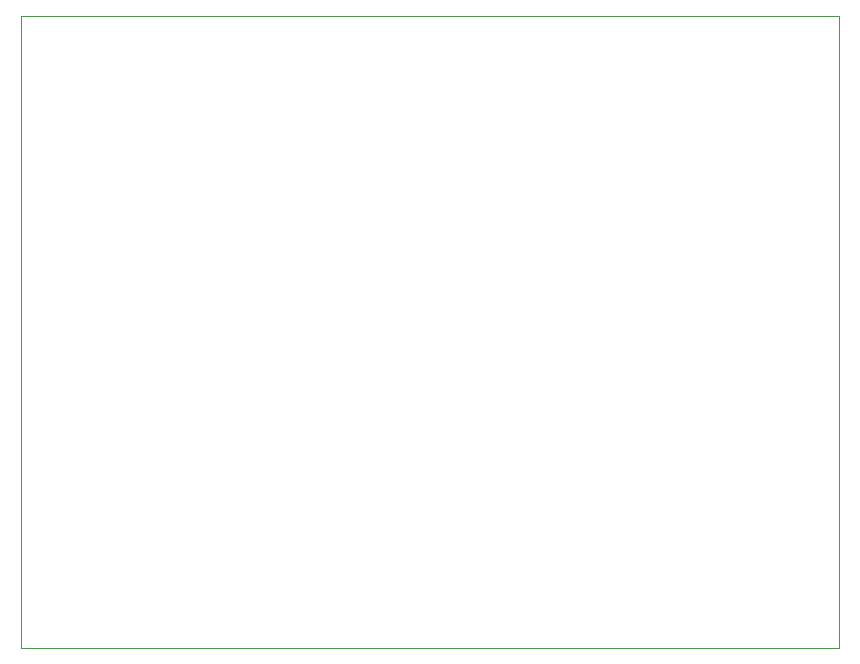
<source format=gbr>
%TF.GenerationSoftware,KiCad,Pcbnew,(6.0.1)*%
%TF.CreationDate,2023-01-18T20:59:41+05:30*%
%TF.ProjectId,drone,64726f6e-652e-46b6-9963-61645f706362,rev?*%
%TF.SameCoordinates,Original*%
%TF.FileFunction,Profile,NP*%
%FSLAX46Y46*%
G04 Gerber Fmt 4.6, Leading zero omitted, Abs format (unit mm)*
G04 Created by KiCad (PCBNEW (6.0.1)) date 2023-01-18 20:59:41*
%MOMM*%
%LPD*%
G01*
G04 APERTURE LIST*
%TA.AperFunction,Profile*%
%ADD10C,0.100000*%
%TD*%
G04 APERTURE END LIST*
D10*
X131825000Y-53650000D02*
X201075000Y-53650000D01*
X201075000Y-53650000D02*
X201075000Y-107100000D01*
X201075000Y-107100000D02*
X131825000Y-107100000D01*
X131825000Y-107100000D02*
X131825000Y-53650000D01*
M02*

</source>
